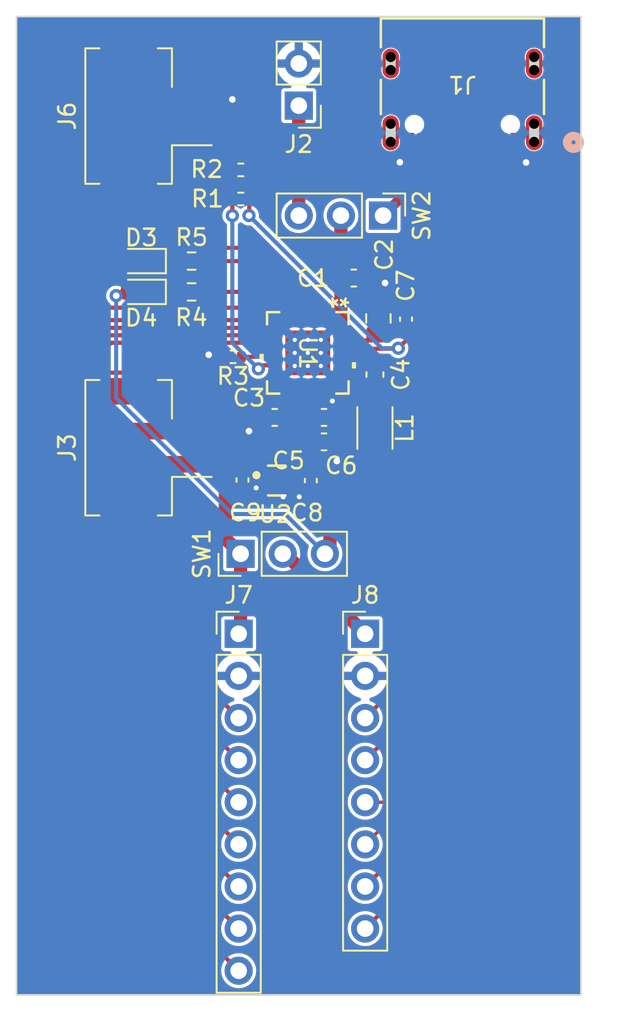
<source format=kicad_pcb>
(kicad_pcb (version 20221018) (generator pcbnew)
  (layers (0 "F.Cu" signal) (31 "B.Cu" signal) (34 "B.Paste" user) (35 "F.Paste" user) (36 "B.SilkS" user "B.Silkscreen") (37 "F.SilkS" user "F.Silkscreen") (38 "B.Mask" user) (39 "F.Mask" user) (44 "Edge.Cuts" user))
  (net 0 "")
  (net 1 "GND")
  (net 2 "/VBUS")
  (net 3 "Net-(U1-PMID)")
  (net 4 "/VBAT")
  (net 5 "Net-(C4-Pad1)")
  (net 6 "Net-(U1-BTST)")
  (net 7 "/VSYS")
  (net 8 "Net-(U1-REGN)")
  (net 9 "+3V3")
  (net 10 "Net-(D3-K)")
  (net 11 "Net-(D4-K)")
  (net 12 "Net-(J1-CC1)")
  (net 13 "Net-(J1-SBU1)")
  (net 14 "Net-(J1-CC2)")
  (net 15 "Net-(J1-SBU2)")
  (net 16 "Net-(J6-Pin_1)")
  (net 17 "Net-(J7-Pin_4)")
  (net 18 "Net-(J7-Pin_5)")
  (net 19 "Net-(J7-Pin_6)")
  (net 20 "Net-(J7-Pin_7)")
  (net 21 "Net-(J7-Pin_8)")
  (net 22 "/QON")
  (net 23 "VDD")
  (net 24 "Net-(U1-ILIM)")
  (net 25 "Net-(U1-STAT)")
  (net 26 "Net-(U1-~{PG})")
  (net 27 "/EXT_VBUS")
  (net 28 "/USB_VBUS")
  (net 29 "/USB_D+")
  (net 30 "/USB_D-")
  (net 31 "Net-(J7-Pin_9)")
  (footprint "Resistor_SMD:R_0402_1005Metric" (layer "F.Cu") (at 136.51 45 180)
    (fp_text reference "R1" (at 2.014508 0.012018) (layer "F.SilkS"))
    (fp_text value "5k25")
    (fp_line (start -0.153641 -0.38) (end 0.153641 -0.38) (stroke (width 0.12)) (layer "F.SilkS"))
    (fp_line (start -0.153641 0.38) (end 0.153641 0.38) (stroke (width 0.12)) (layer "F.SilkS"))
    (pad "1" smd roundrect (at -0.51 0 180) (size 0.54 0.64) (layers "F.Cu" "F.Paste" "F.Mask") (net 8 "Net-(U1-REGN)"))
    (pad "2" smd roundrect (at 0.51 0 180) (size 0.54 0.64) (layers "F.Cu" "F.Paste" "F.Mask") (net 16 "Net-(J6-Pin_1)"))
  )
  (footprint "Project_Footprints:USB4105_GCT" (layer "F.Cu") (at 149.86 38.1 180)
    (fp_text reference "J1" (at 0 0 180 unlocked) (layer "F.SilkS"))
    (fp_text value "USB_C_Receptacle_USB2.0")
    (fp_circle (center -6.6929 -3.4858) (end -6.3119 -3.4858) (stroke (width 0.508)) (fill none) (layer "B.SilkS"))
    (fp_line (start -4.9149 -1.776026) (end -4.9149 0.286826) (stroke (width 0.1524)) (layer "F.SilkS"))
    (fp_line (start -4.9149 2.251574) (end -4.9149 3.9878) (stroke (width 0.1524)) (layer "F.SilkS"))
    (fp_line (start -4.9149 3.9878) (end 4.9149 3.9878) (stroke (width 0.1524)) (layer "F.SilkS"))
    (fp_line (start 4.9149 0.286826) (end 4.9149 -1.776026) (stroke (width 0.1524)) (layer "F.SilkS"))
    (fp_line (start 4.9149 3.9878) (end 4.9149 2.251574) (stroke (width 0.1524)) (layer "F.SilkS"))
    (fp_circle (center -6.6929 -3.4858) (end -6.3119 -3.4858) (stroke (width 0.508)) (fill none) (layer "F.SilkS"))
    (fp_line (start -4.320002 -2.3647) (end -4.320002 -3.4569) (stroke (width 0.6096)) (layer "Edge.Cuts"))
    (fp_line (start -4.32 1.6629) (end -4.32 0.8755) (stroke (width 0.6096)) (layer "Edge.Cuts"))
    (fp_line (start 4.32 -2.3647) (end 4.32 -3.4569) (stroke (width 0.6096)) (layer "Edge.Cuts"))
    (fp_line (start 4.32 1.6629) (end 4.32 0.8755) (stroke (width 0.6096)) (layer "Edge.Cuts"))
    (pad "" np_thru_hole circle (at -4.320002 -3.4569 180) (size 0.6096 0.6096) (drill 0.6096) (layers))
    (pad "" np_thru_hole circle (at -4.320002 -2.3647 180) (size 0.6096 0.6096) (drill 0.6096) (layers))
    (pad "" np_thru_hole circle (at -4.32 0.8755 180) (size 0.6096 0.6096) (drill 0.6096) (layers))
    (pad "" np_thru_hole circle (at -4.32 1.6629 180) (size 0.6096 0.6096) (drill 0.6096) (layers))
    (pad "" np_thru_hole circle (at -2.889999 -2.410801 180) (size 0.6604 0.6604) (drill 0.6604) (layers "*.Cu" "*.Mask"))
    (pad "" np_thru_hole circle (at 2.889999 -2.410801 180) (size 0.6604 0.6604) (drill 0.6604) (layers "*.Cu" "*.Mask"))
    (pad "" np_thru_hole circle (at 4.32 -3.4569 180) (size 0.6096 0.6096) (drill 0.6096) (layers))
    (pad "" np_thru_hole circle (at 4.32 -2.3647 180) (size 0.6096 0.6096) (drill 0.6096) (layers))
    (pad "" np_thru_hole circle (at 4.32 0.8755 180) (size 0.6096 0.6096) (drill 0.6096) (layers))
    (pad "" np_thru_hole circle (at 4.32 1.6629 180) (size 0.6096 0.6096) (drill 0.6096) (layers))
    (pad "13" smd oval (at -4.320002 1.2692 180) (size 0.9906 1.8034) (layers "F.Cu" "F.Paste" "F.Mask"))
    (pad "14" smd oval (at 4.320002 1.2692 180) (size 0.9906 1.8034) (layers "F.Cu" "F.Paste" "F.Mask"))
    (pad "15" smd oval (at -4.320002 -2.9108 180) (size 0.9906 2.1082) (layers "F.Cu" "F.Paste" "F.Mask") (net 1 "GND"))
    (pad "16" smd oval (at 4.320002 -2.9108 180) (size 0.9906 2.1082) (layers "F.Cu" "F.Paste" "F.Mask") (net 1 "GND"))
    (pad "A1-B12" smd rect (at -3.2 -3.4858 180) (size 0.5842 1.143) (layers "F.Cu" "F.Paste" "F.Mask") (net 1 "GND"))
    (pad "A4-B9" smd rect (at -2.400001 -3.4858 180) (size 0.5842 1.143) (layers "F.Cu" "F.Paste" "F.Mask") (net 28 "/USB_VBUS"))
    (pad "A5" smd rect (at -1.25 -3.4858 180) (size 0.3048 1.143) (layers "F.Cu" "F.Paste" "F.Mask") (net 12 "Net-(J1-CC1)"))
    (pad "A6" smd rect (at -0.25 -3.4858 180) (size 0.3048 1.143) (layers "F.Cu" "F.Paste" "F.Mask") (net 29 "/USB_D+"))
    (pad "A7" smd rect (at 0.25 -3.4858 180) (size 0.3048 1.143) (layers "F.Cu" "F.Paste" "F.Mask") (net 30 "/USB_D-"))
    (pad "A8" smd rect (at 1.25 -3.4858 180) (size 0.3048 1.143) (layers "F.Cu" "F.Paste" "F.Mask") (net 13 "Net-(J1-SBU1)"))
    (pad "B1-A12" smd rect (at 3.2 -3.4858 180) (size 0.5842 1.143) (layers "F.Cu" "F.Paste" "F.Mask") (net 1 "GND"))
    (pad "B4-A9" smd rect (at 2.400001 -3.4858 180) (size 0.5842 1.143) (layers "F.Cu" "F.Paste" "F.Mask") (net 28 "/USB_VBUS"))
    (pad "B5" smd rect (at 1.749999 -3.4858 180) (size 0.3048 1.143) (layers "F.Cu" "F.Paste" "F.Mask") (net 14 "Net-(J1-CC2)"))
    (pad "B6" smd rect (at 0.750001 -3.4858 180) (size 0.3048 1.143) (layers "F.Cu" "F.Paste" "F.Mask") (net 29 "/USB_D+"))
    (pad "B7" smd rect (at -0.750001 -3.4858 180) (size 0.3048 1.143) (layers "F.Cu" "F.Paste" "F.Mask") (net 30 "/USB_D-"))
    (pad "B8" smd rect (at -1.749999 -3.4858 180) (size 0.3048 1.143) (layers "F.Cu" "F.Paste" "F.Mask") (net 15 "Net-(J1-SBU2)"))
  )
  (footprint "Connector_JST:JST_PH_B2B-PH-SM4-TB_1x02-1MP_P2.00mm_Vertical" (layer "F.Cu") (at 131.5 60 90)
    (fp_text reference "J3" (at 0 -5.45 90) (layer "F.SilkS"))
    (fp_text value "Battery")
    (fp_line (start -4.085 -4.36) (end 4.085 -4.36) (stroke (width 0.12)) (layer "F.SilkS"))
    (fp_line (start -4.085 -3.51) (end -4.085 -4.36) (stroke (width 0.12)) (layer "F.SilkS"))
    (fp_line (start -4.085 0.01) (end -4.085 0.86) (stroke (width 0.12)) (layer "F.SilkS"))
    (fp_line (start -4.085 0.86) (end -1.76 0.86) (stroke (width 0.12)) (layer "F.SilkS"))
    (fp_line (start -1.76 0.86) (end -1.76 3.25) (stroke (width 0.12)) (layer "F.SilkS"))
    (fp_line (start 4.085 -4.36) (end 4.085 -3.51) (stroke (width 0.12)) (layer "F.SilkS"))
    (fp_line (start 4.085 0.01) (end 4.085 0.86) (stroke (width 0.12)) (layer "F.SilkS"))
    (fp_line (start 4.085 0.86) (end 1.76 0.86) (stroke (width 0.12)) (layer "F.SilkS"))
    (pad "1" smd roundrect (at -1 0.5 90) (size 1 5.5) (layers "F.Cu" "F.Paste" "F.Mask") (net 4 "/VBAT"))
    (pad "2" smd roundrect (at 1 0.5 90) (size 1 5.5) (layers "F.Cu" "F.Paste" "F.Mask") (net 1 "GND"))
    (pad "MP" smd roundrect (at -3.4 -1.75 90) (size 1.6 3) (layers "F.Cu" "F.Paste" "F.Mask") (roundrect_rratio 0.15625))
    (pad "MP" smd roundrect (at 3.4 -1.75 90) (size 1.6 3) (layers "F.Cu" "F.Paste" "F.Mask") (roundrect_rratio 0.15625))
  )
  (footprint "Resistor_SMD:R_0402_1005Metric" (layer "F.Cu") (at 136.51 43.245344)
    (fp_text reference "R2" (at -2.055111 -0.036055) (layer "F.SilkS"))
    (fp_text value "31k23")
    (fp_line (start -0.153641 -0.38) (end 0.153641 -0.38) (stroke (width 0.12)) (layer "F.SilkS"))
    (fp_line (start -0.153641 0.38) (end 0.153641 0.38) (stroke (width 0.12)) (layer "F.SilkS"))
    (pad "1" smd roundrect (at -0.51 0) (size 0.54 0.64) (layers "F.Cu" "F.Paste" "F.Mask") (net 16 "Net-(J6-Pin_1)"))
    (pad "2" smd roundrect (at 0.51 0) (size 0.54 0.64) (layers "F.Cu" "F.Paste" "F.Mask") (net 1 "GND"))
  )
  (footprint "Resistor_SMD:R_0603_1608Metric" (layer "F.Cu") (at 133.543698 48.744183)
    (fp_text reference "R5" (at 0 -1.43) (layer "F.SilkS"))
    (fp_text value "220")
    (fp_line (start -0.237258 -0.5225) (end 0.237258 -0.5225) (stroke (width 0.12)) (layer "F.SilkS"))
    (fp_line (start -0.237258 0.5225) (end 0.237258 0.5225) (stroke (width 0.12)) (layer "F.SilkS"))
    (pad "1" smd roundrect (at -0.825 0) (size 0.8 0.95) (layers "F.Cu" "F.Paste" "F.Mask") (net 10 "Net-(D3-K)"))
    (pad "2" smd roundrect (at 0.825 0) (size 0.8 0.95) (layers "F.Cu" "F.Paste" "F.Mask") (net 26 "Net-(U1-~{PG})"))
  )
  (footprint "LED_SMD:LED_0603_1608Metric" (layer "F.Cu") (at 130.510635 50.603329 180)
    (fp_text reference "D4" (at 0.002399 -1.568483) (layer "F.SilkS"))
    (fp_text value "Yellow")
    (fp_line (start -1.485 -0.735) (end -1.485 0.735) (stroke (width 0.12)) (layer "F.SilkS"))
    (fp_line (start -1.485 0.735) (end 0.8 0.735) (stroke (width 0.12)) (layer "F.SilkS"))
    (fp_line (start 0.8 -0.735) (end -1.485 -0.735) (stroke (width 0.12)) (layer "F.SilkS"))
    (pad "1" smd roundrect (at -0.7875 0 180) (size 0.875 0.95) (layers "F.Cu" "F.Paste" "F.Mask") (net 11 "Net-(D4-K)"))
    (pad "2" smd roundrect (at 0.7875 0 180) (size 0.875 0.95) (layers "F.Cu" "F.Paste" "F.Mask") (net 7 "/VSYS"))
  )
  (footprint "Connector_PinHeader_2.54mm:PinHeader_1x02_P2.54mm_Vertical" (layer "F.Cu") (at 140 39.3708 180)
    (fp_text reference "J2" (at 0 -2.33) (layer "F.SilkS"))
    (fp_text value "Power_In")
    (fp_line (start -1.33 -1.33) (end 0 -1.33) (stroke (width 0.12)) (layer "F.SilkS"))
    (fp_line (start -1.33 0) (end -1.33 -1.33) (stroke (width 0.12)) (layer "F.SilkS"))
    (fp_line (start -1.33 1.27) (end -1.33 3.87) (stroke (width 0.12)) (layer "F.SilkS"))
    (fp_line (start -1.33 1.27) (end 1.33 1.27) (stroke (width 0.12)) (layer "F.SilkS"))
    (fp_line (start -1.33 3.87) (end 1.33 3.87) (stroke (width 0.12)) (layer "F.SilkS"))
    (fp_line (start 1.33 1.27) (end 1.33 3.87) (stroke (width 0.12)) (layer "F.SilkS"))
    (pad "1" thru_hole rect (at 0 0 180) (size 1.7 1.7) (drill 1) (layers "*.Cu" "*.Mask") (net 27 "/EXT_VBUS"))
    (pad "2" thru_hole oval (at 0 2.54 180) (size 1.7 1.7) (drill 1) (layers "*.Cu" "*.Mask") (net 1 "GND"))
  )
  (footprint "Connector_PinHeader_2.54mm:PinHeader_1x03_P2.54mm_Vertical" (layer "F.Cu") (at 136.495243 66.395637 90)
    (fp_text reference "SW1" (at 0 -2.33 90) (layer "F.SilkS"))
    (fp_text value "SW_OUT")
    (fp_line (start -1.33 -1.33) (end 0 -1.33) (stroke (width 0.12)) (layer "F.SilkS"))
    (fp_line (start -1.33 0) (end -1.33 -1.33) (stroke (width 0.12)) (layer "F.SilkS"))
    (fp_line (start -1.33 1.27) (end -1.33 6.41) (stroke (width 0.12)) (layer "F.SilkS"))
    (fp_line (start -1.33 1.27) (end 1.33 1.27) (stroke (width 0.12)) (layer "F.SilkS"))
    (fp_line (start -1.33 6.41) (end 1.33 6.41) (stroke (width 0.12)) (layer "F.SilkS"))
    (fp_line (start 1.33 1.27) (end 1.33 6.41) (stroke (width 0.12)) (layer "F.SilkS"))
    (pad "1" thru_hole rect (at 0 0 90) (size 1.7 1.7) (drill 1) (layers "*.Cu" "*.Mask") (net 9 "+3V3"))
    (pad "2" thru_hole oval (at 0 2.54 90) (size 1.7 1.7) (drill 1) (layers "*.Cu" "*.Mask") (net 23 "VDD"))
    (pad "3" thru_hole oval (at 0 5.08 90) (size 1.7 1.7) (drill 1) (layers "*.Cu" "*.Mask") (net 7 "/VSYS"))
  )
  (footprint "Project_Footprints:RGE24_2P7X2P7_TEX" (layer "F.Cu") (at 140.545243 54.280637 -90)
    (fp_text reference "U1" (at 0 0 -90 unlocked) (layer "F.SilkS"))
    (fp_text value "BQ24259RGER")
    (fp_text user "*" (at -3.035 -1.881 90) (layer "F.SilkS"))
    (fp_text user "*" (at -3.035 -1.881 -90 unlocked) (layer "F.SilkS"))
    (fp_line (start -2.456 -2.456) (end -2.456 -1.717994) (stroke (width 0.1524)) (layer "F.SilkS"))
    (fp_line (start -2.456 1.717994) (end -2.456 2.456) (stroke (width 0.1524)) (layer "F.SilkS"))
    (fp_line (start -2.456 2.456) (end -1.718309 2.456) (stroke (width 0.1524)) (layer "F.SilkS"))
    (fp_line (start -1.718309 -2.456) (end -2.456 -2.456) (stroke (width 0.1524)) (layer "F.SilkS"))
    (fp_line (start 1.718309 2.456) (end 2.456 2.456) (stroke (width 0.1524)) (layer "F.SilkS"))
    (fp_line (start 2.456 -2.456) (end 1.718309 -2.456) (stroke (width 0.1524)) (layer "F.SilkS"))
    (fp_line (start 2.456 -1.717994) (end 2.456 -2.456) (stroke (width 0.1524)) (layer "F.SilkS"))
    (fp_line (start 2.456 2.456) (end 2.456 1.717994) (stroke (width 0.1524)) (layer "F.SilkS"))
    (fp_poly (pts (xy 0.059563 2.654) (xy 0.059563 2.908) (xy 0.440563 2.908) (xy 0.440563 2.654)) (fill solid) (layer "F.SilkS"))
    (fp_poly (pts (xy 0.559689 -2.654) (xy 0.559689 -2.908) (xy 0.940689 -2.908) (xy 0.940689 -2.654)) (fill solid) (layer "F.SilkS"))
    (pad "1" smd rect (at -1.975 -1.25) (size 0.279908 0.849884) (layers "F.Cu" "F.Mask") (net 2 "/VBUS"))
    (pad "2" smd rect (at -1.975 -0.750001) (size 0.279908 0.849884) (layers "F.Cu" "F.Mask") (net 31 "Net-(J7-Pin_9)"))
    (pad "3" smd rect (at -1.975 -0.25) (size 0.279908 0.849884) (layers "F.Cu" "F.Mask") (net 26 "Net-(U1-~{PG})"))
    (pad "4" smd rect (at -1.975 0.25) (size 0.279908 0.849884) (layers "F.Cu" "F.Mask") (net 25 "Net-(U1-STAT)"))
    (pad "5" smd rect (at -1.975 0.750001) (size 0.279908 0.849884) (layers "F.Cu" "F.Mask") (net 21 "Net-(J7-Pin_8)"))
    (pad "6" smd rect (at -1.975 1.25) (size 0.279908 0.849884) (layers "F.Cu" "F.Mask") (net 20 "Net-(J7-Pin_7)"))
    (pad "7" smd rect (at -1.250315 1.975 270) (size 0.279908 0.849884) (layers "F.Cu" "F.Mask") (net 19 "Net-(J7-Pin_6)"))
    (pad "8" smd rect (at -0.750189 1.975 270) (size 0.279908 0.849884) (layers "F.Cu" "F.Mask") (net 18 "Net-(J7-Pin_5)"))
    (pad "9" smd rect (at -0.250063 1.975 270) (size 0.279908 0.849884) (layers "F.Cu" "F.Mask") (net 17 "Net-(J7-Pin_4)"))
    (pad "10" smd rect (at 0.250063 1.975 270) (size 0.279908 0.849884) (layers "F.Cu" "F.Mask") (net 24 "Net-(U1-ILIM)"))
    (pad "11" smd rect (at 0.750189 1.975 270) (size 0.279908 0.849884) (layers "F.Cu" "F.Mask") (net 16 "Net-(J6-Pin_1)"))
    (pad "12" smd rect (at 1.250315 1.975 270) (size 0.279908 0.849884) (layers "F.Cu" "F.Mask") (net 22 "/QON"))
    (pad "13" smd rect (at 1.975 1.25) (size 0.279908 0.849884) (layers "F.Cu" "F.Mask") (net 4 "/VBAT"))
    (pad "14" smd rect (at 1.975 0.750001) (size 0.279908 0.849884) (layers "F.Cu" "F.Mask") (net 4 "/VBAT"))
    (pad "15" smd rect (at 1.975 0.25) (size 0.279908 0.849884) (layers "F.Cu" "F.Mask") (net 7 "/VSYS"))
    (pad "16" smd rect (at 1.975 -0.25) (size 0.279908 0.849884) (layers "F.Cu" "F.Mask") (net 7 "/VSYS"))
    (pad "17" smd rect (at 1.975 -0.750001) (size 0.279908 0.849884) (layers "F.Cu" "F.Mask") (net 1 "GND"))
    (pad "18" smd rect (at 1.975 -1.25) (size 0.279908 0.849884) (layers "F.Cu" "F.Mask") (net 1 "GND"))
    (pad "19" smd rect (at 1.250315 -1.975 270) (size 0.279908 0.849884) (layers "F.Cu" "F.Mask") (net 5 "Net-(C4-Pad1)"))
    (pad "20" smd rect (at 0.750189 -1.975 270) (size 0.279908 0.849884) (layers "F.Cu" "F.Mask") (net 5 "Net-(C4-Pad1)"))
    (pad "21" smd rect (at 0.250063 -1.975 270) (size 0.279908 0.849884) (layers "F.Cu" "F.Mask") (net 6 "Net-(U1-BTST)"))
    (pad "22" smd rect (at -0.250063 -1.975 270) (size 0.279908 0.849884) (layers "F.Cu" "F.Mask") (net 8 "Net-(U1-REGN)"))
    (pad "23" smd rect (at -0.750189 -1.975 270) (size 0.279908 0.849884) (layers "F.Cu" "F.Mask") (net 3 "Net-(U1-PMID)"))
    (pad "24" smd rect (at -1.250315 -1.975 270) (size 0.279908 0.849884) (layers "F.Cu" "F.Mask") (net 2 "/VBUS"))
    (pad "25" smd rect (at 0 0 270) (size 2.7 2.7) (layers "F.Cu") (net 1 "GND"))
    (pad "V" thru_hole circle (at -0.7874 -0.7874 270) (size 0.508 0.508) (drill 0.254) (layers "*.Cu" "*.Mask") (net 1 "GND"))
    (pad "V" thru_hole circle (at -0.7874 0 270) (size 0.508 0.508) (drill 0.254) (layers "*.Cu" "*.Mask") (net 1 "GND"))
    (pad "V" thru_hole circle (at -0.7874 0.7874 270) (size 0.508 0.508) (drill 0.254) (layers "*.Cu" "*.Mask") (net 1 "GND"))
    (pad "V" thru_hole circle (at 0 -0.7874 270) (size 0.508 0.508) (drill 0.254) (layers "*.Cu" "*.Mask") (net 1 "GND"))
    (pad "V" thru_hole circle (at 0 0 270) (size 0.508 0.508) (drill 0.254) (layers "*.Cu" "*.Mask") (net 1 "GND"))
    (pad "V" thru_hole circle (at 0 0.7874 270) (size 0.508 0.508) (drill 0.254) (layers "*.Cu" "*.Mask") (net 1 "GND"))
    (pad "V" thru_hole circle (at 0.7874 -0.7874 270) (size 0.508 0.508) (drill 0.254) (layers "*.Cu" "*.Mask") (net 1 "GND"))
    (pad "V" thru_hole circle (at 0.7874 0 270) (size 0.508 0.508) (drill 0.254) (layers "*.Cu" "*.Mask") (net 1 "GND"))
    (pad "V" thru_hole circle (at 0.7874 0.7874 270) (size 0.508 0.508) (drill 0.254) (layers "*.Cu" "*.Mask") (net 1 "GND"))
  )
  (footprint "Capacitor_SMD:C_0603_1608Metric" (layer "F.Cu") (at 138.548401 58.172569 180)
    (fp_text reference "C3" (at 1.548401 1.172569) (layer "F.SilkS"))
    (fp_text value "10u")
    (fp_line (start -0.14058 -0.51) (end 0.14058 -0.51) (stroke (width 0.12)) (layer "F.SilkS"))
    (fp_line (start -0.14058 0.51) (end 0.14058 0.51) (stroke (width 0.12)) (layer "F.SilkS"))
    (pad "1" smd roundrect (at -0.775 0 180) (size 0.9 0.95) (layers "F.Cu" "F.Paste" "F.Mask") (net 4 "/VBAT"))
    (pad "2" smd roundrect (at 0.775 0 180) (size 0.9 0.95) (layers "F.Cu" "F.Paste" "F.Mask") (net 1 "GND"))
  )
  (footprint "LED_SMD:LED_0603_1608Metric" (layer "F.Cu") (at 130.510635 48.744183 180)
    (fp_text reference "D3" (at 0 1.41) (layer "F.SilkS"))
    (fp_text value "Green")
    (fp_line (start -1.485 -0.735) (end -1.485 0.735) (stroke (width 0.12)) (layer "F.SilkS"))
    (fp_line (start -1.485 0.735) (end 0.8 0.735) (stroke (width 0.12)) (layer "F.SilkS"))
    (fp_line (start 0.8 -0.735) (end -1.485 -0.735) (stroke (width 0.12)) (layer "F.SilkS"))
    (pad "1" smd roundrect (at -0.7875 0 180) (size 0.875 0.95) (layers "F.Cu" "F.Paste" "F.Mask") (net 10 "Net-(D3-K)"))
    (pad "2" smd roundrect (at 0.7875 0 180) (size 0.875 0.95) (layers "F.Cu" "F.Paste" "F.Mask") (net 7 "/VSYS"))
  )
  (footprint "Connector_PinHeader_2.54mm:PinHeader_1x03_P2.54mm_Vertical" (layer "F.Cu") (at 145.08 46 -90)
    (fp_text reference "SW2" (at 0 -2.33 90) (layer "F.SilkS"))
    (fp_text value "SW_SRC")
    (fp_line (start -1.33 -1.33) (end 0 -1.33) (stroke (width 0.12)) (layer "F.SilkS"))
    (fp_line (start -1.33 0) (end -1.33 -1.33) (stroke (width 0.12)) (layer "F.SilkS"))
    (fp_line (start -1.33 1.27) (end -1.33 6.41) (stroke (width 0.12)) (layer "F.SilkS"))
    (fp_line (start -1.33 1.27) (end 1.33 1.27) (stroke (width 0.12)) (layer "F.SilkS"))
    (fp_line (start -1.33 6.41) (end 1.33 6.41) (stroke (width 0.12)) (layer "F.SilkS"))
    (fp_line (start 1.33 1.27) (end 1.33 6.41) (stroke (width 0.12)) (layer "F.SilkS"))
    (pad "1" thru_hole rect (at 0 0 270) (size 1.7 1.7) (drill 1) (layers "*.Cu" "*.Mask") (net 28 "/USB_VBUS"))
    (pad "2" thru_hole oval (at 0 2.54 270) (size 1.7 1.7) (drill 1) (layers "*.Cu" "*.Mask") (net 2 "/VBUS"))
    (pad "3" thru_hole oval (at 0 5.08 270) (size 1.7 1.7) (drill 1) (layers "*.Cu" "*.Mask") (net 27 "/EXT_VBUS"))
  )
  (footprint "Capacitor_SMD:C_0603_1608Metric" (layer "F.Cu") (at 141.519131 59.648827 180)
    (fp_text reference "C5" (at 2.133708 -1.129866) (layer "F.SilkS"))
    (fp_text value "10u")
    (fp_line (start -0.14058 -0.51) (end 0.14058 -0.51) (stroke (width 0.12)) (layer "F.SilkS"))
    (fp_line (start -0.14058 0.51) (end 0.14058 0.51) (stroke (width 0.12)) (layer "F.SilkS"))
    (pad "1" smd roundrect (at -0.775 0 180) (size 0.9 0.95) (layers "F.Cu" "F.Paste" "F.Mask") (net 1 "GND"))
    (pad "2" smd roundrect (at 0.775 0 180) (size 0.9 0.95) (layers "F.Cu" "F.Paste" "F.Mask") (net 7 "/VSYS"))
  )
  (footprint "Capacitor_SMD:C_0805_2012Metric" (layer "F.Cu") (at 144.79875 52.203405 -90)
    (fp_text reference "C2" (at -3.843786 -0.352058 90) (layer "F.SilkS"))
    (fp_text value "22u")
    (fp_line (start -0.261252 -0.735) (end 0.261252 -0.735) (stroke (width 0.12)) (layer "F.SilkS"))
    (fp_line (start -0.261252 0.735) (end 0.261252 0.735) (stroke (width 0.12)) (layer "F.SilkS"))
    (pad "1" smd roundrect (at -0.95 0 270) (size 1 1.45) (layers "F.Cu" "F.Paste" "F.Mask") (net 1 "GND"))
    (pad "2" smd roundrect (at 0.95 0 270) (size 1 1.45) (layers "F.Cu" "F.Paste" "F.Mask") (net 3 "Net-(U1-PMID)"))
  )
  (footprint "Connector_PinHeader_2.54mm:PinHeader_1x08_P2.54mm_Vertical" (layer "F.Cu") (at 144 71.22)
    (fp_text reference "J8" (at 0 -2.33) (layer "F.SilkS"))
    (fp_text value "BB_Left")
    (fp_line (start -1.33 -1.33) (end 0 -1.33) (stroke (width 0.12)) (layer "F.SilkS"))
    (fp_line (start -1.33 0) (end -1.33 -1.33) (stroke (width 0.12)) (layer "F.SilkS"))
    (fp_line (start -1.33 1.27) (end -1.33 19.11) (stroke (width 0.12)) (layer "F.SilkS"))
    (fp_line (start -1.33 1.27) (end 1.33 1.27) (stroke (width 0.12)) (layer "F.SilkS"))
    (fp_line (start -1.33 19.11) (end 1.33 19.11) (stroke (width 0.12)) (layer "F.SilkS"))
    (fp_line (start 1.33 1.27) (end 1.33 19.11) (stroke (width 0.12)) (layer "F.SilkS"))
    (pad "1" thru_hole rect (at 0 0) (size 1.7 1.7) (drill 1) (layers "*.Cu" "*.Mask") (net 23 "VDD"))
    (pad "2" thru_hole oval (at 0 2.54) (size 1.7 1.7) (drill 1) (layers "*.Cu" "*.Mask") (net 1 "GND"))
    (pad "3" thru_hole oval (at 0 5.08) (size 1.7 1.7) (drill 1) (layers "*.Cu" "*.Mask") (net 14 "Net-(J1-CC2)"))
    (pad "4" thru_hole oval (at 0 7.62) (size 1.7 1.7) (drill 1) (layers "*.Cu" "*.Mask") (net 13 "Net-(J1-SBU1)"))
    (pad "5" thru_hole oval (at 0 10.16) (size 1.7 1.7) (drill 1) (layers "*.Cu" "*.Mask") (net 29 "/USB_D+"))
    (pad "6" thru_hole oval (at 0 12.7) (size 1.7 1.7) (drill 1) (layers "*.Cu" "*.Mask") (net 30 "/USB_D-"))
    (pad "7" thru_hole oval (at 0 15.24) (size 1.7 1.7) (drill 1) (layers "*.Cu" "*.Mask") (net 12 "Net-(J1-CC1)"))
    (pad "8" thru_hole oval (at 0 17.78) (size 1.7 1.7) (drill 1) (layers "*.Cu" "*.Mask") (net 15 "Net-(J1-SBU2)"))
  )
  (footprint "Resistor_SMD:R_0402_1005Metric" (layer "F.Cu") (at 136.03815 54.517078 180)
    (fp_text reference "R3" (at 0 -1.17) (layer "F.SilkS"))
    (fp_text value "220")
    (fp_line (start -0.153641 -0.38) (end 0.153641 -0.38) (stroke (width 0.12)) (layer "F.SilkS"))
    (fp_line (start -0.153641 0.38) (end 0.153641 0.38) (stroke (width 0.12)) (layer "F.SilkS"))
    (pad "1" smd roundrect (at -0.51 0 180) (size 0.54 0.64) (layers "F.Cu" "F.Paste" "F.Mask") (net 24 "Net-(U1-ILIM)"))
    (pad "2" smd roundrect (at 0.51 0 180) (size 0.54 0.64) (layers "F.Cu" "F.Paste" "F.Mask") (net 1 "GND"))
  )
  (footprint "Capacitor_SMD:C_0603_1608Metric" (layer "F.Cu") (at 143.315475 49.77013 180)
    (fp_text reference "C1" (at 2.447763 -0.01023) (layer "F.SilkS"))
    (fp_text value "1u")
    (fp_line (start -0.14058 -0.51) (end 0.14058 -0.51) (stroke (width 0.12)) (layer "F.SilkS"))
    (fp_line (start -0.14058 0.51) (end 0.14058 0.51) (stroke (width 0.12)) (layer "F.SilkS"))
    (pad "1" smd roundrect (at -0.775 0 180) (size 0.9 0.95) (layers "F.Cu" "F.Paste" "F.Mask") (net 1 "GND"))
    (pad "2" smd roundrect (at 0.775 0 180) (size 0.9 0.95) (layers "F.Cu" "F.Paste" "F.Mask") (net 2 "/VBUS"))
  )
  (footprint "Connector_JST:JST_PH_B2B-PH-SM4-TB_1x02-1MP_P2.00mm_Vertical" (layer "F.Cu") (at 131.5 40 90)
    (fp_text reference "J6" (at 0 -5.45 90) (layer "F.SilkS"))
    (fp_text value "BatTemp")
    (fp_line (start -4.085 -4.36) (end 4.085 -4.36) (stroke (width 0.12)) (layer "F.SilkS"))
    (fp_line (start -4.085 -3.51) (end -4.085 -4.36) (stroke (width 0.12)) (layer "F.SilkS"))
    (fp_line (start -4.085 0.01) (end -4.085 0.86) (stroke (width 0.12)) (layer "F.SilkS"))
    (fp_line (start -4.085 0.86) (end -1.76 0.86) (stroke (width 0.12)) (layer "F.SilkS"))
    (fp_line (start -1.76 0.86) (end -1.76 3.25) (stroke (width 0.12)) (layer "F.SilkS"))
    (fp_line (start 4.085 -4.36) (end 4.085 -3.51) (stroke (width 0.12)) (layer "F.SilkS"))
    (fp_line (start 4.085 0.01) (end 4.085 0.86) (stroke (width 0.12)) (layer "F.SilkS"))
    (fp_line (start 4.085 0.86) (end 1.76 0.86) (stroke (width 0.12)) (layer "F.SilkS"))
    (pad "1" smd roundrect (at -1 0.5 90) (size 1 5.5) (layers "F.Cu" "F.Paste" "F.Mask") (net 16 "Net-(J6-Pin_1)"))
    (pad "2" smd roundrect (at 1 0.5 90) (size 1 5.5) (layers "F.Cu" "F.Paste" "F.Mask") (net 1 "GND"))
    (pad "MP" smd roundrect (at -3.4 -1.75 90) (size 1.6 3) (layers "F.Cu" "F.Paste" "F.Mask") (roundrect_rratio 0.15625))
    (pad "MP" smd roundrect (at 3.4 -1.75 90) (size 1.6 3) (layers "F.Cu" "F.Paste" "F.Mask") (roundrect_rratio 0.15625))
  )
  (footprint "Capacitor_SMD:C_0603_1608Metric" (layer "F.Cu") (at 144.589456 55.590805 90)
    (fp_text reference "C4" (at -0.00382 1.564393 90) (layer "F.SilkS"))
    (fp_text value "47n")
    (fp_line (start -0.14058 -0.51) (end 0.14058 -0.51) (stroke (width 0.12)) (layer "F.SilkS"))
    (fp_line (start -0.14058 0.51) (end 0.14058 0.51) (stroke (width 0.12)) (layer "F.SilkS"))
    (pad "1" smd roundrect (at -0.775 0 90) (size 0.9 0.95) (layers "F.Cu" "F.Paste" "F.Mask") (net 5 "Net-(C4-Pad1)"))
    (pad "2" smd roundrect (at 0.775 0 90) (size 0.9 0.95) (layers "F.Cu" "F.Paste" "F.Mask") (net 6 "Net-(U1-BTST)"))
  )
  (footprint "Capacitor_SMD:C_0402_1005Metric" (layer "F.Cu") (at 140.727713 61.980599 90)
    (fp_text reference "C8" (at -1.945156 -0.219744 180) (layer "F.SilkS"))
    (fp_text value "1u")
    (fp_line (start -0.107836 -0.36) (end 0.107836 -0.36) (stroke (width 0.12)) (layer "F.SilkS"))
    (fp_line (start -0.107836 0.36) (end 0.107836 0.36) (stroke (width 0.12)) (layer "F.SilkS"))
    (pad "1" smd roundrect (at -0.48 0 90) (size 0.56 0.62) (layers "F.Cu" "F.Paste" "F.Mask") (net 1 "GND"))
    (pad "2" smd roundrect (at 0.48 0 90) (size 0.56 0.62) (layers "F.Cu" "F.Paste" "F.Mask") (net 7 "/VSYS"))
  )
  (footprint "Capacitor_SMD:C_0402_1005Metric" (layer "F.Cu") (at 146.460728 52.245104 90)
    (fp_text reference "C7" (at 2.019056 -0.014422 90) (layer "F.SilkS"))
    (fp_text value "4u7")
    (fp_line (start -0.107836 -0.36) (end 0.107836 -0.36) (stroke (width 0.12)) (layer "F.SilkS"))
    (fp_line (start -0.107836 0.36) (end 0.107836 0.36) (stroke (width 0.12)) (layer "F.SilkS"))
    (pad "1" smd roundrect (at -0.48 0 90) (size 0.56 0.62) (layers "F.Cu" "F.Paste" "F.Mask") (net 8 "Net-(U1-REGN)"))
    (pad "2" smd roundrect (at 0.48 0 90) (size 0.56 0.62) (layers "F.Cu" "F.Paste" "F.Mask") (net 1 "GND"))
  )
  (footprint "Capacitor_SMD:C_0603_1608Metric" (layer "F.Cu") (at 141.519131 58.172569 180)
    (fp_text reference "C6" (at -1.039145 -2.908449) (layer "F.SilkS"))
    (fp_text value "10u")
    (fp_line (start -0.14058 -0.51) (end 0.14058 -0.51) (stroke (width 0.12)) (layer "F.SilkS"))
    (fp_line (start -0.14058 0.51) (end 0.14058 0.51) (stroke (width 0.12)) (layer "F.SilkS"))
    (pad "1" smd roundrect (at -0.775 0 180) (size 0.9 0.95) (layers "F.Cu" "F.Paste" "F.Mask") (net 1 "GND"))
    (pad "2" smd roundrect (at 0.775 0 180) (size 0.9 0.95) (layers "F.Cu" "F.Paste" "F.Mask") (net 7 "/VSYS"))
  )
  (footprint "Capacitor_SMD:C_0402_1005Metric" (layer "F.Cu") (at 136.610327 61.946437 -90)
    (fp_text reference "C9" (at 1.97369 -0.167573 -180) (layer "F.SilkS"))
    (fp_text value "1u")
    (fp_line (start -0.107836 -0.36) (end 0.107836 -0.36) (stroke (width 0.12)) (layer "F.SilkS"))
    (fp_line (start -0.107836 0.36) (end 0.107836 0.36) (stroke (width 0.12)) (layer "F.SilkS"))
    (pad "1" smd roundrect (at -0.48 0 270) (size 0.56 0.62) (layers "F.Cu" "F.Paste" "F.Mask") (net 9 "+3V3"))
    (pad "2" smd roundrect (at 0.48 0 270) (size 0.56 0.62) (layers "F.Cu" "F.Paste" "F.Mask") (net 1 "GND"))
  )
  (footprint "Connector_PinHeader_2.54mm:PinHeader_1x09_P2.54mm_Vertical" (layer "F.Cu") (at 136.38 71.22)
    (fp_text reference "J7" (at 0 -2.33) (layer "F.SilkS"))
    (fp_text value "BB_Right")
    (fp_line (start -1.33 -1.33) (end 0 -1.33) (stroke (width 0.12)) (layer "F.SilkS"))
    (fp_line (start -1.33 0) (end -1.33 -1.33) (stroke (width 0.12)) (layer "F.SilkS"))
    (fp_line (start -1.33 1.27) (end -1.33 21.65) (stroke (width 0.12)) (layer "F.SilkS"))
    (fp_line (start -1.33 1.27) (end 1.33 1.27) (stroke (width 0.12)) (layer "F.SilkS"))
    (fp_line (start -1.33 21.65) (end 1.33 21.65) (stroke (width 0.12)) (layer "F.SilkS"))
    (fp_line (start 1.33 1.27) (end 1.33 21.65) (stroke (width 0.12)) (layer "F.SilkS"))
    (pad "1" thru_hole rect (at 0 0) (size 1.7 1.7) (drill 1) (layers "*.Cu" "*.Mask") (net 9 "+3V3"))
    (pad "2" thru_hole oval (at 0 2.54) (size 1.7 1.7) (drill 1) (layers "*.Cu" "*.Mask") (net 1 "GND"))
    (pad "3" thru_hole oval (at 0 5.08) (size 1.7 1.7) (drill 1) (layers "*.Cu" "*.Mask") (net 22 "/QON"))
    (pad "4" thru_hole oval (at 0 7.62) (size 1.7 1.7) (drill 1) (layers "*.Cu" "*.Mask") (net 17 "Net-(J7-Pin_4)"))
    (pad "5" thru_hole oval (at 0 10.16) (size 1.7 1.7) (drill 1) (layers "*.Cu" "*.Mask") (net 18 "Net-(J7-Pin_5)"))
    (pad "6" thru_hole oval (at 0 12.7) (size 1.7 1.7) (drill 1) (layers "*.Cu" "*.Mask") (net 19 "Net-(J7-Pin_6)"))
    (pad "7" thru_hole oval (at 0 15.24) (size 1.7 1.7) (drill 1) (layers "*.Cu" "*.Mask") (net 20 "Net-(J7-Pin_7)"))
    (pad "8" thru_hole oval (at 0 17.78) (size 1.7 1.7) (drill 1) (layers "*.Cu" "*.Mask") (net 21 "Net-(J7-Pin_8)"))
    (pad "9" thru_hole oval (at 0 20.32) (size 1.7 1.7) (drill 1) (layers "*.Cu" "*.Mask") (net 31 "Net-(J7-Pin_9)"))
  )
  (footprint "Inductor_SMD:L_Murata_DFE201610P" (layer "F.Cu") (at 144.589456 58.811546 -90)
    (fp_text reference "L1" (at 0 -1.8 90) (layer "F.SilkS"))
    (fp_text value "1u")
    (fp_line (start -1.26 -1.06) (end 1.26 -1.06) (stroke (width 0.12)) (layer "F.SilkS"))
    (fp_line (start -1.26 1.06) (end 1.26 1.06) (stroke (width 0.12)) (layer "F.SilkS"))
    (pad "1" smd rect (at -0.725 0 270) (size 0.55 1.6) (layers "F.Cu" "F.Paste" "F.Mask") (net 5 "Net-(C4-Pad1)"))
    (pad "2" smd rect (at 0.725 0 270) (size 0.55 1.6) (layers "F.Cu" "F.Paste" "F.Mask") (net 7 "/VSYS"))
  )
  (footprint "Resistor_SMD:R_0603_1608Metric" (layer "F.Cu") (at 133.543698 50.603329)
    (fp_text reference "R4" (at -0.014422 1.543111) (layer "F.SilkS"))
    (fp_text value "220")
    (fp_line (start -0.237258 -0.5225) (end 0.237258 -0.5225) (stroke (width 0.12)) (layer "F.SilkS"))
    (fp_line (start -0.237258 0.5225) (end 0.237258 0.5225) (stroke (width 0.12)) (layer "F.SilkS"))
    (pad "1" smd roundrect (at -0.825 0) (size 0.8 0.95) (layers "F.Cu" "F.Paste" "F.Mask") (net 11 "Net-(D4-K)"))
    (pad "2" smd roundrect (at 0.825 0) (size 0.8 0.95) (layers "F.Cu" "F.Paste" "F.Mask") (net 25 "Net-(U1-STAT)"))
  )
  (footprint "Project_Footprints:DQN0004A-MFG" (layer "F.Cu") (at 138.676038 61.980599)
    (fp_text reference "U2" (at -0.089612 2.034714 unlocked) (layer "F.SilkS"))
    (fp_text value "TPS7A2033PDQNR")
    (fp_line (start -0.525 -0.900001) (end 0.525 -0.900001) (stroke (width 0.15)) (layer "F.SilkS"))
    (fp_line (start -0.525 0.900001) (end 0.525 0.900001) (stroke (width 0.15)) (layer "F.SilkS"))
    (fp_circle (center -1.224999 -0.325001) (end -1.099998 -0.325001) (stroke (width 0.25)) (fill none) (layer "F.SilkS"))
    (pad "1" smd custom (at -0.505 -0.329999) (size 0.279001 0.279001) (layers "F.Cu") (net 9 "+3V3") (options (clearance outline) (anchor circle)) (primitives (gr_poly (pts (xy -0.155001 -0.155001) (xy 0.305 -0.155001) (xy 0.305 -0.055001) (xy 0.095001 0.154998) (xy -0.155001 0.154998)) (width 0) (fill yes))))
    (pad "2" smd custom (at -0.505 0.329999) (size 0.279001 0.279001) (layers "F.Cu") (net 1 "GND") (options (clearance outline) (anchor circle)) (primitives (gr_poly (pts (xy -0.155001 0.155001) (xy 0.305 0.155001) (xy 0.305 0.055001) (xy 0.095001 -0.154998) (xy -0.155001 -0.154998)) (width 0) (fill yes))))
    (pad "3" smd custom (at 0.459265 0.345547) (size 0.251013 0.251013) (layers "F.Cu") (net 7 "/VSYS") (options (clearance outline) (anchor circle)) (primitives (gr_poly (pts (xy 0.200736 0.139453) (xy -0.259265 0.139453) (xy -0.259265 0.039453) (xy -0.049266 -0.170546) (xy 0.200736 -0.170546)) (width 0) (fill yes))))
    (pad "4" smd custom (at 0.459265 -0.345547) (size 0.251013 0.251013) (layers "F.Cu") (net 7 "/VSYS") (options (clearance outline) (anchor circle)) (primitives (gr_poly (pts (xy 0.200736 -0.139453) (xy -0.259265 -0.139453) (xy -0.259265 -0.039453) (xy -0.049266 0.170546) (xy 0.200736 0.170546)) (width 0) (fill yes))))
    (pad "5" smd rect (at 0 0 315) (size 0.579999 0.579999) (layers "F.Cu") (net 1 "GND"))
  )
  (gr_rect (start 123 34) (end 157 93) (stroke (width 0.1)) (fill none) (layer "Edge.Cuts"))
  (segment (start 137.773401 58.226599) (end 137 59) (width 0.8) (layer "F.Cu") (net 1))
  (segment (start 137 59) (end 132 59) (width 0.8) (layer "F.Cu") (net 1))
  (segment (start 139.061467 62.965599) (end 138.599827 62.965599) (width 0.6) (layer "F.Cu") (net 1))
  (segment (start 137.773401 58.172569) (end 137.773401 58.226599) (width 0.8) (layer "F.Cu") (net 1))
  (segment (start 153.06 42.162739) (end 153.697544 42.800283) (width 0.6) (layer "F.Cu") (net 1))
  (segment (start 146.66 41.5858) (end 146.66 42.214834) (width 0.6) (layer "F.Cu") (net 1))
  (segment (start 142.294131 60.803741) (end 142.293037 60.804835) (width 0.8) (layer "F.Cu") (net 1))
  (segment (start 138.599827 62.965599) (end 138.057932 62.423704) (width 0.6) (layer "F.Cu") (net 1))
  (segment (start 142.294131 57.45504) (end 142.024409 57.185318) (width 0.8) (layer "F.Cu") (net 1))
  (segment (start 140.023867 62.965599) (end 139.061467 62.965599) (width 0.6) (layer "F.Cu") (net 1))
  (segment (start 146.66 42.214834) (end 146.090109 42.784725) (width 0.6) (layer "F.Cu") (net 1))
  (segment (start 134.696684 54.517078) (end 134.575243 54.395637) (width 0.25) (layer "F.Cu") (net 1))
  (segment (start 145.196312 50.855843) (end 144.79875 51.253405) (width 0.8) (layer "F.Cu") (net 1))
  (segment (start 136.610327 62.426437) (end 137.431516 62.426437) (width 0.6) (layer "F.Cu") (net 1))
  (segment (start 141.55529 56.716199) (end 141.55529 56.255637) (width 0.8) (layer "F.Cu") (net 1))
  (segment (start 153.06 41.5858) (end 153.06 42.162739) (width 0.6) (layer "F.Cu") (net 1))
  (segment (start 142.024409 57.185318) (end 141.55529 56.716199) (width 0.8) (layer "F.Cu") (net 1))
  (segment (start 137.02 43.245344) (end 137.02 40.02) (width 0.25) (layer "F.Cu") (net 1))
  (segment (start 140.222713 62.965599) (end 140.034519 62.965599) (width 0.6) (layer "F.Cu") (net 1))
  (segment (start 145.196312 50.06358) (end 145.196312 50.855843) (width 0.8) (layer "F.Cu") (net 1))
  (segment (start 132 39) (end 136 39) (width 0.25) (layer "F.Cu") (net 1))
  (segment (start 140.034519 62.965599) (end 140.029193 62.960273) (width 0.6) (layer "F.Cu") (net 1))
  (segment (start 144.79875 51.253405) (end 145.949029 51.253405) (width 0.25) (layer "F.Cu") (net 1))
  (segment (start 144.902862 49.77013) (end 145.196312 50.06358) (width 0.8) (layer "F.Cu") (net 1))
  (segment (start 140.029193 62.960273) (end 140.023867 62.965599) (width 0.6) (layer "F.Cu") (net 1))
  (segment (start 142.294131 58.172569) (end 142.294131 57.45504) (width 0.8) (layer "F.Cu") (net 1))
  (segment (start 144.090475 49.77013) (end 144.902862 49.77013) (width 0.8) (layer "F.Cu") (net 1))
  (segment (start 137.434249 62.423704) (end 138.057932 62.423704) (width 0.6) (layer "F.Cu") (net 1))
  (segment (start 135.52815 54.517078) (end 134.696684 54.517078) (width 0.25) (layer "F.Cu") (net 1))
  (segment (start 140.727713 62.460599) (end 140.222713 62.965599) (width 0.6) (layer "F.Cu") (net 1))
  (segment (start 142.294131 59.648827) (end 142.294131 60.803741) (width 0.8) (layer "F.Cu") (net 1))
  (segment (start 145.949029 51.253405) (end 146.460728 51.765104) (width 0.25) (layer "F.Cu") (net 1))
  (segment (start 142.294131 59.648827) (end 142.294131 58.172569) (width 0.8) (layer "F.Cu") (net 1))
  (segment (start 137.431516 62.426437) (end 137.434249 62.423704) (width 0.6) (layer "F.Cu") (net 1))
  (segment (start 137.02 40.02) (end 136 39) (width 0.25) (layer "F.Cu") (net 1))
  (via (at 137 59) (size 0.8) (drill 0.4) (layers "F.Cu" "B.Cu") (net 1))
  (via (at 136 39) (size 0.8) (drill 0.4) (layers "F.Cu" "B.Cu") (net 1))
  (via (at 146.090109 42.784725) (size 0.8) (drill 0.4) (layers "F.Cu" "B.Cu") (net 1))
  (via (at 142.024409 57.185318) (size 0.5) (drill 0.3) (layers "F.Cu" "B.Cu") (net 1))
  (via (at 137.434249 62.423704) (size 0.5) (drill 0.3) (layers "F.Cu" "B.Cu") (net 1))
  (via (at 139.061467 62.965599) (size 0.5) (drill 0.3) (layers "F.Cu" "B.Cu") (net 1))
  (via (at 140.029193 62.960273) (size 0.5) (drill 0.3) (layers "F.Cu" "B.Cu") (net 1))
  (via (at 134.575243 54.395637) (size 0.8) (drill 0.4) (layers "F.Cu" "B.Cu") (net 1))
  (via (at 142.293037 60.804835) (size 0.8) (drill 0.4) (layers "F.Cu" "B.Cu") (net 1))
  (via (at 153.697544 42.800283) (size 0.8) (drill 0.4) (layers "F.Cu" "B.Cu") (net 1))
  (via (at 145.196312 50.06358) (size 0.8) (drill 0.4) (layers "F.Cu" "B.Cu") (net 1))
  (segment (start 142.540475 52.770262) (end 142.520243 52.790494) (width 0.8) (layer "F.Cu") (net 2))
  (segment (start 142.540475 49.77013) (end 142.540475 52.395637) (width 0.8) (layer "F.Cu") (net 2))
  (segment (start 142.540475 52.395637) (end 142.450475 52.305637) (width 0.8) (layer "F.Cu") (net 2))
  (segment (start 142.450475 52.305637) (end 142.035198 52.305637) (width 0.8) (layer "F.Cu") (net 2))
  (segment (start 142.540475 49.77013) (end 142.540475 46.000475) (width 0.8) (layer "F.Cu") (net 2))
  (segment (start 142.540475 52.395637) (end 142.540475 52.770262) (width 0.8) (layer "F.Cu") (net 2))
  (segment (start 142.540475 46.000475) (end 142.54 46) (width 0.8) (layer "F.Cu") (net 2))
  (segment (start 144.421707 53.530448) (end 144.79875 53.153405) (width 0.25) (layer "F.Cu") (net 3))
  (segment (start 142.520243 53.530448) (end 144.421707 53.530448) (width 0.25) (layer "F.Cu") (net 3))
  (segment (start 137.97097 60) (end 139.323401 58.647569) (width 0.8) (layer "F.Cu") (net 4))
  (segment (start 139.323401 58.172569) (end 139.323401 57.697569) (width 0.8) (layer "F.Cu") (net 4))
  (segment (start 132 61) (end 134.75 61) (width 0.8) (layer "F.Cu") (net 4))
  (segment (start 135.75 60) (end 137.97097 60) (width 0.8) (layer "F.Cu") (net 4))
  (segment (start 134.75 61) (end 135.75 60) (width 0.8) (layer "F.Cu") (net 4))
  (segment (start 139.323401 57.697569) (end 139.555289 57.465681) (width 0.8) (layer "F.Cu") (net 4))
  (segment (start 139.323401 58.647569) (end 139.323401 58.172569) (width 0.8) (layer "F.Cu") (net 4))
  (segment (start 139.555289 57.465681) (end 139.555289 56.255637) (width 0.8) (layer "F.Cu") (net 4))
  (segment (start 143.615394 56.365805) (end 142.520243 55.270654) (width 0.8) (layer "F.Cu") (net 5))
  (segment (start 144.589456 56.365805) (end 143.615394 56.365805) (width 0.8) (layer "F.Cu") (net 5))
  (segment (start 144.589456 58.086546) (end 144.589456 56.365805) (width 0.8) (layer "F.Cu") (net 5))
  (segment (start 142.520243 54.5307) (end 144.304351 54.5307) (width 0.25) (layer "F.Cu") (net 6))
  (segment (start 144.304351 54.5307) (end 144.589456 54.815805) (width 0.25) (layer "F.Cu") (net 6))
  (segment (start 141.574587 61.500599) (end 141.878824 61.804836) (width 0.8) (layer "F.Cu") (net 7))
  (segment (start 143.166044 61.804836) (end 144.589456 60.381424) (width 0.8) (layer "F.Cu") (net 7))
  (segment (start 129.227866 50.603329) (end 129 50.831195) (width 0.25) (layer "F.Cu") (net 7))
  (segment (start 141.878824 66.092056) (end 141.878824 61.804836) (width 0.8) (layer "F.Cu") (net 7))
  (segment (start 129.723135 50.603329) (end 129.227866 50.603329) (width 0.25) (layer "F.Cu") (net 7))
  (segment (start 140.744131 59.648827) (end 140.744131 61.484181) (width 0.8) (layer "F.Cu") (net 7))
  (segment (start 140.744131 61.484181) (end 140.727713 61.500599) (width 0.8) (layer "F.Cu") (net 7))
  (segment (start 140.744131 58.172569) (end 140.55529 57.983728) (width 0.8) (layer "F.Cu") (net 7))
  (segment (start 140.727713 61.500599) (end 141.574587 61.500599) (width 0.8) (layer "F.Cu") (net 7))
  (segment (start 129.723135 48.744183) (end 129.723135 50.603329) (width 0.25) (layer "F.Cu") (net 7))
  (segment (start 141.878824 61.804836) (end 143.166044 61.804836) (width 0.8) (layer "F.Cu") (net 7))
  (segment (start 140.55529 57.983728) (end 140.55529 56.255637) (width 0.8) (layer "F.Cu") (net 7))
  (segment (start 141.575243 66.395637) (end 141.878824 66.092056) (width 0.8) (layer "F.Cu") (net 7))
  (segment (start 140.744131 59.648827) (end 140.744131 58.172569) (width 0.8) (layer "F.Cu") (net 7))
  (segment (start 144.589456 60.381424) (end 144.589456 59.536546) (width 0.8) (layer "F.Cu") (net 7))
  (via (at 129 50.831195) (size 0.8) (drill 0.4) (layers "F.Cu" "B.Cu") (net 7))
  (segment (start 136 64) (end 139.179606 64) (width 0.25) (layer "B.Cu") (net 7))
  (segment (start 129 57) (end 136 64) (width 0.25) (layer "B.Cu") (net 7))
  (segment (start 129 50.831195) (end 129 57) (width 0.25) (layer "B.Cu") (net 7))
  (segment (start 139.179606 64) (end 141.575243 66.395637) (width 0.25) (layer "B.Cu") (net 7))
  (segment (start 137.02 45.98) (end 137 46) (width 0.25) (layer "F.Cu") (net 8))
  (segment (start 146.460728 53.539272) (end 146 54) (width 0.25) (layer "F.Cu") (net 8))
  (segment (start 145.969426 54.030574) (end 146 54) (width 0.25) (layer "F.Cu") (net 8))
  (segment (start 137.02 45) (end 137.02 45.98) (width 0.25) (layer "F.Cu") (net 8))
  (segment (start 146.460728 52.725104) (end 146.460728 53.539272) (width 0.25) (layer "F.Cu") (net 8))
  (segment (start 142.520243 54.030574) (end 145.969426 54.030574) (width 0.25) (layer "F.Cu") (net 8))
  (via (at 137 46) (size 0.8) (drill 0.4) (layers "F.Cu" "B.Cu") (net 8))
  (via (at 146 54) (size 0.8) (drill 0.4) (layers "F.Cu" "B.Cu") (net 8))
  (segment (start 137 46) (end 145 54) (width 0.25) (layer "B.Cu") (net 8))
  (segment (start 145 54) (end 146 54) (width 0.25) (layer "B.Cu") (net 8))
  (segment (start 135.575243 62.101123) (end 135.575243 65.475637) (width 0.8) (layer "F.Cu") (net 9))
  (segment (start 136.610327 61.466437) (end 136.209929 61.466437) (width 0.8) (layer "F.Cu") (net 9))
  (segment (start 135.575243 65.475637) (end 136.495243 66.395637) (width 0.8) (layer "F.Cu") (net 9))
  (segment (start 136.209929 61.466437) (end 135.575243 62.101123) (width 0.8) (layer "F.Cu") (net 9))
  (segment (start 136.495243 71.104757) (end 136.38 71.22) (width 0.8) (layer "F.Cu") (net 9))
  (segment (start 136.495243 66.395637) (end 136.495243 71.104757) (width 0.8) (layer "F.Cu") (net 9))
  (segment (start 131.298135 48.744183) (end 132.718698 48.744183) (width 0.25) (layer "F.Cu") (net 10))
  (segment (start 131.298135 50.603329) (end 132.718698 50.603329) (width 0.25) (layer "F.Cu") (net 11))
  (segment (start 151.11 41.5858) (end 151.11 79.35) (width 0.25) (layer "F.Cu") (net 12))
  (segment (start 151.11 79.35) (end 144 86.46) (width 0.25) (layer "F.Cu") (net 12))
  (segment (start 148.61 41.5858) (end 148.61 74.23) (width 0.25) (layer "F.Cu") (net 13))
  (segment (start 148.61 74.23) (end 144 78.84) (width 0.25) (layer "F.Cu") (net 13))
  (segment (start 148.110001 72.189999) (end 144 76.3) (width 0.25) (layer "F.Cu") (net 14))
  (segment (start 148.110001 41.5858) (end 148.110001 72.189999) (width 0.25) (layer "F.Cu") (net 14))
  (segment (start 151.609999 81.390001) (end 144 89) (width 0.25) (layer "F.Cu") (net 15))
  (segment (start 151.609999 41.5858) (end 151.609999 81.390001) (width 0.25) (layer "F.Cu") (net 15))
  (segment (start 136 45) (end 136 43.245344) (width 0.25) (layer "F.Cu") (net 16))
  (segment (start 138.570243 55.030826) (end 137.775801 55.030826) (width 0.25) (layer "F.Cu") (net 16))
  (segment (start 134.245344 43.245344) (end 136 43.245344) (width 0.25) (layer "F.Cu") (net 16))
  (segment (start 137.775801 55.030826) (end 137.565049 55.241578) (width 0.25) (layer "F.Cu") (net 16))
  (segment (start 136 45) (end 136 46) (width 0.25) (layer "F.Cu") (net 16))
  (segment (start 132 41) (end 134.245344 43.245344) (width 0.25) (layer "F.Cu") (net 16))
  (via (at 136 46) (size 0.8) (drill 0.4) (layers "F.Cu" "B.Cu") (net 16))
  (via (at 137.565049 55.241578) (size 0.8) (drill 0.4) (layers "F.Cu" "B.Cu") (net 16))
  (segment (start 136 46) (end 136 53.676529) (width 0.25) (layer "B.Cu") (net 16))
  (segment (start 136 53.676529) (end 137.565049 55.241578) (width 0.25) (layer "B.Cu") (net 16))
  (segment (start 126.55 55.813604) (end 126.55 69.01) (width 0.25) (layer "F.Cu") (net 17))
  (segment (start 128.692967 53.670637) (end 126.55 55.813604) (width 0.25) (layer "F.Cu") (net 17))
  (segment (start 138.570243 54.030574) (end 137.035926 54.030574) (width 0.25) (layer "F.Cu") (net 17))
  (segment (start 136.675989 53.670637) (end 128.692967 53.670637) (width 0.25) (layer "F.Cu") (net 17))
  (segment (start 137.035926 54.030574) (end 136.675989 53.670637) (width 0.25) (layer "F.Cu") (net 17))
  (segment (start 126.55 69.01) (end 136.38 78.84) (width 0.25) (layer "F.Cu") (net 17))
  (segment (start 136.862385 53.220637) (end 128.506571 53.220637) (width 0.25) (layer "F.Cu") (net 18))
  (segment (start 128.506571 53.220637) (end 126.1 55.627208) (width 0.25) (layer "F.Cu") (net 18))
  (segment (start 138.570243 53.530448) (end 137.172196 53.530448) (width 0.25) (layer "F.Cu") (net 18))
  (segment (start 126.1 71.1) (end 136.38 81.38) (width 0.25) (layer "F.Cu") (net 18))
  (segment (start 126.1 55.627208) (end 126.1 71.1) (width 0.25) (layer "F.Cu") (net 18))
  (segment (start 137.172196 53.530448) (end 136.862385 53.220637) (width 0.25) (layer "F.Cu") (net 18))
  (segment (start 128.320175 52.770637) (end 125.65 55.440812) (width 0.25) (layer "F.Cu") (net 19))
  (segment (start 138.310558 52.770637) (end 128.320175 52.770637) (width 0.25) (layer "F.Cu") (net 19))
  (segment (start 125.65 73.19) (end 136.38 83.92) (width 0.25) (layer "F.Cu") (net 19))
  (segment (start 138.570243 53.030322) (end 138.310558 52.770637) (width 0.25) (layer "F.Cu") (net 19))
  (segment (start 125.65 55.440812) (end 125.65 73.19) (width 0.25) (layer "F.Cu") (net 19))
  (segment (start 139.295243 52.305637) (end 128.148779 52.305637) (width 0.25) (layer "F.Cu") (net 20))
  (segment (start 125.2 75.28) (end 136.38 86.46) (width 0.25) (layer "F.Cu") (net 20))
  (segment (start 125.2 55.254416) (end 125.2 75.28) (width 0.25) (layer "F.Cu") (net 20))
  (segment (start 128.148779 52.305637) (end 125.2 55.254416) (width 0.25) (layer "F.Cu") (net 20))
  (segment (start 139.795242 51.59074) (end 139.760197 51.555695) (width 0.25) (layer "F.Cu") (net 21))
  (segment (start 124.75 77.37) (end 136.38 89) (width 0.25) (layer "F.Cu") (net 21))
  (segment (start 139.795242 52.305637) (end 139.795242 51.59074) (width 0.25) (layer "F.Cu") (net 21))
  (segment (start 128.262325 51.555695) (end 124.75 55.06802) (width 0.25) (layer "F.Cu") (net 21))
  (segment (start 139.760197 51.555695) (end 128.262325 51.555695) (width 0.25) (layer "F.Cu") (net 21))
  (segment (start 124.75 55.06802) (end 124.75 77.37) (width 0.25) (layer "F.Cu") (net 21))
  (segment (start 127 56) (end 127 66.92) (width 0.25) (layer "F.Cu") (net 22))
  (segment (start 127 66.92) (end 136.38 76.3) (width 0.25) (layer "F.Cu") (net 22))
  (segment (start 138.570243 55.530952) (end 138.134617 55.966578) (width 0.25) (layer "F.Cu") (net 22))
  (segment (start 131.966578 55.966578) (end 131.475 55.475) (width 0.25) (layer "F.Cu") (net 22))
  (segment (start 131.475 55.475) (end 127.525 55.475) (width 0.25) (layer "F.Cu") (net 22))
  (segment (start 127.525 55.475) (end 127 56) (width 0.25) (layer "F.Cu") (net 22))
  (segment (start 138.134617 55.966578) (end 131.966578 55.966578) (width 0.25) (layer "F.Cu") (net 22))
  (segment (start 139.035243 66.395637) (end 139.175637 66.395637) (width 0.8) (layer "F.Cu") (net 23))
  (segment (start 139.175637 66.395637) (end 144 71.22) (width 0.8) (layer "F.Cu") (net 23))
  (segment (start 136.54815 54.517078) (end 138.556621 54.517078) (width 0.25) (layer "F.Cu") (net 24))
  (segment (start 138.556621 54.517078) (end 138.570243 54.5307) (width 0.25) (layer "F.Cu") (net 24))
  (segment (start 140.295243 52.305637) (end 140.295243 51.454345) (width 0.25) (layer "F.Cu") (net 25))
  (segment (start 140.295243 51.454345) (end 139.444227 50.603329) (width 0.25) (layer "F.Cu") (net 25))
  (segment (start 139.444227 50.603329) (end 134.368698 50.603329) (width 0.25) (layer "F.Cu") (net 25))
  (segment (start 138.221477 48.744183) (end 134.368698 48.744183) (width 0.25) (layer "F.Cu") (net 26))
  (segment (start 140.795243 51.317949) (end 138.221477 48.744183) (width 0.25) (layer "F.Cu") (net 26))
  (segment (start 140.795243 52.305637) (end 140.795243 51.317949) (width 0.25) (layer "F.Cu") (net 26))
  (segment (start 140 39.3708) (end 140 46) (width 0.8) (layer "F.Cu") (net 27))
  (segment (start 152.260001 41.018106) (end 152.260001 41.5858) (width 0.25) (layer "F.Cu") (net 28))
  (segment (start 150.873595 39.6317) (end 152.260001 41.018106) (width 0.25) (layer "F.Cu") (net 28))
  (segment (start 147.459999 41.018106) (end 148.846405 39.6317) (width 0.25) (layer "F.Cu") (net 28))
  (segment (start 147.459999 41.5858) (end 147.459999 41.018106) (width 0.25) (layer "F.Cu") (net 28))
  (segment (start 147.459999 43.620001) (end 145.08 46) (width 0.6) (layer "F.Cu") (net 28))
  (segment (start 148.846405 39.6317) (end 150.873595 39.6317) (width 0.25) (layer "F.Cu") (net 28))
  (segment (start 147.459999 41.5858) (end 147.459999 43.620001) (width 0.6) (layer "F.Cu") (net 28))
  (segment (start 150.135001 42.468052) (end 150.11 42.443051) (width 0.2) (layer "F.Cu") (net 29))
  (segment (start 144 81.38) (end 145.903603 81.38) (width 0.2) (layer "F.Cu") (net 29))
  (segment (start 149.168352 42.468052) (end 150.135001 42.468052) (width 0.2) (layer "F.Cu") (net 29))
  (segment (start 150.11 42.443051) (end 150.11 41.5858) (width 0.2) (layer "F.Cu") (net 29))
  (segment (start 150.135001 77.148602) (end 150.135001 42.468052) (width 0.2) (layer "F.Cu") (net 29))
  (segment (start 149.109999 42.409699) (end 149.168352 42.468052) (width 0.2) (layer "F.Cu") (net 29))
  (segment (start 145.903603 81.38) (end 150.135001 77.148602) (width 0.2) (layer "F.Cu") (net 29))
  (segment (start 149.109999 41.5858) (end 149.109999 42.409699) (width 0.2) (layer "F.Cu") (net 29))
  (segment (start 149.61 41.5858) (end 149.61 40.7619) (width 0.2) (layer "F.Cu") (net 30))
  (segment (start 144 83.92) (end 150.585 77.335) (width 0.2) (layer "F.Cu") (net 30))
  (segment (start 150.610001 40.761901) (end 150.610001 41.5858) (width 0.2) (layer "F.Cu") (net 30))
  (segment (start 150.585 77.335) (end 150.585 42.468052) (width 0.2) (layer "F.Cu") (net 30))
  (segment (start 150.610001 42.443051) (end 150.610001 41.5858) (width 0.2) (layer "F.Cu") (net 30))
  (segment (start 149.61 40.7619) (end 149.6576 40.7143) (width 0.2) (layer "F.Cu") (net 30))
  (segment (start 149.6576 40.7143) (end 150.5624 40.7143) (width 0.2) (layer "F.Cu") (net 30))
  (segment (start 150.5624 40.7143) (end 150.610001 40.761901) (width 0.2) (layer "F.Cu") (net 30))
  (segment (start 150.585 42.468052) (end 150.610001 42.443051) (width 0.2) (layer "F.Cu") (net 30))
  (segment (start 124.3 79.46) (end 136.38 91.54) (width 0.25) (layer "F.Cu") (net 31))
  (segment (start 141.295244 51.181554) (end 138.057873 47.944183) (width 0.25) (layer "F.Cu") (net 31))
  (segment (start 127.055817 47.944183) (end 124.3 50.7) (width 0.25) (layer "F.Cu") (net 31))
  (segment (start 141.295244 52.305637) (end 141.295244 51.181554) (width 0.25) (layer "F.Cu") (net 31))
  (segment (start 124.3 50.7) (end 124.3 79.46) (width 0.25) (layer "F.Cu") (net 31))
  (segment (start 138.057873 47.944183) (end 127.055817 47.944183) (width 0.25) (layer "F.Cu") (net 31))
  (zone (net 1) (net_name "GND") (layer "F.Cu") (priority 2) (connect_pads yes (clearance 0)) (min_thickness 0.25) (fill yes (thermal_gap 0.5) (thermal_bridge_width 0.5))
    (polygon (pts (xy 153.170854 41.096482) (xy 153.876382 40.635176) (xy 153.873367 41.198995) (xy 153.170854 41.58191)))
  )
  (zone (net 9) (net_name "+3V3") (layer "F.Cu") (priority 10) (connect_pads yes (clearance 0)) (min_thickness 0.025) (fill yes (thermal_gap 0) (thermal_bridge_width 0.1) (island_removal_mode 1) (island_area_min 10))
    (polygon (pts (xy 138.061467 61.791546) (xy 136.765598 61.795335) (xy 136.805294 61.215058) (xy 138.287526 61.22141) (xy 138.466877 61.523745)))
  )
  (zone (net 1) (net_name "GND") (layer "F.Cu") (priority 1) (connect_pads yes (clearance 0)) (min_thickness 0.25) (fill yes (thermal_gap 0.5) (thermal_bridge_width 0.5))
    (polygon (pts (xy 146.593367 41.162814) (xy 145.779296 40.659899) (xy 145.779296 41.086834) (xy 146.600603 41.589749)))
  )
  (zone (net 1) (net_name "GND") (layer "F.Cu") (priority 8) (connect_pads yes (clearance 0)) (min_thickness 0.025) (fill yes (thermal_gap 0) (thermal_bridge_width 0.1) (island_removal_mode 1) (island_area_min 10))
    (polygon (pts (xy 138.732656 62.294059) (xy 138.348331 61.939625) (xy 138.0366 62.264167) (xy 138.403844 62.63568)))
  )
  (zone (net 7) (net_name "/VSYS") (layer "F.Cu") (priority 9) (connect_pads yes (clearance 0)) (min_thickness 0.025) (fill yes (thermal_gap 0) (thermal_bridge_width 0.1) (island_removal_mode 1) (island_area_min 10))
    (polygon (pts (xy 139.292063 62.200112) (xy 139.188334 61.503723) (xy 140.379479 61.082483) (xy 140.859255 61.751733) (xy 139.283522 62.447789)))
  )
  (zone (net 1) (net_name "GND") (layer "B.Cu") (connect_pads (clearance 0)) (min_thickness 0.25) (fill yes (thermal_gap 0.5) (thermal_bridge_width 0.5))
    (polygon (pts (xy 122 33) (xy 158 33) (xy 158 94) (xy 122 94)))
  )
)
</source>
